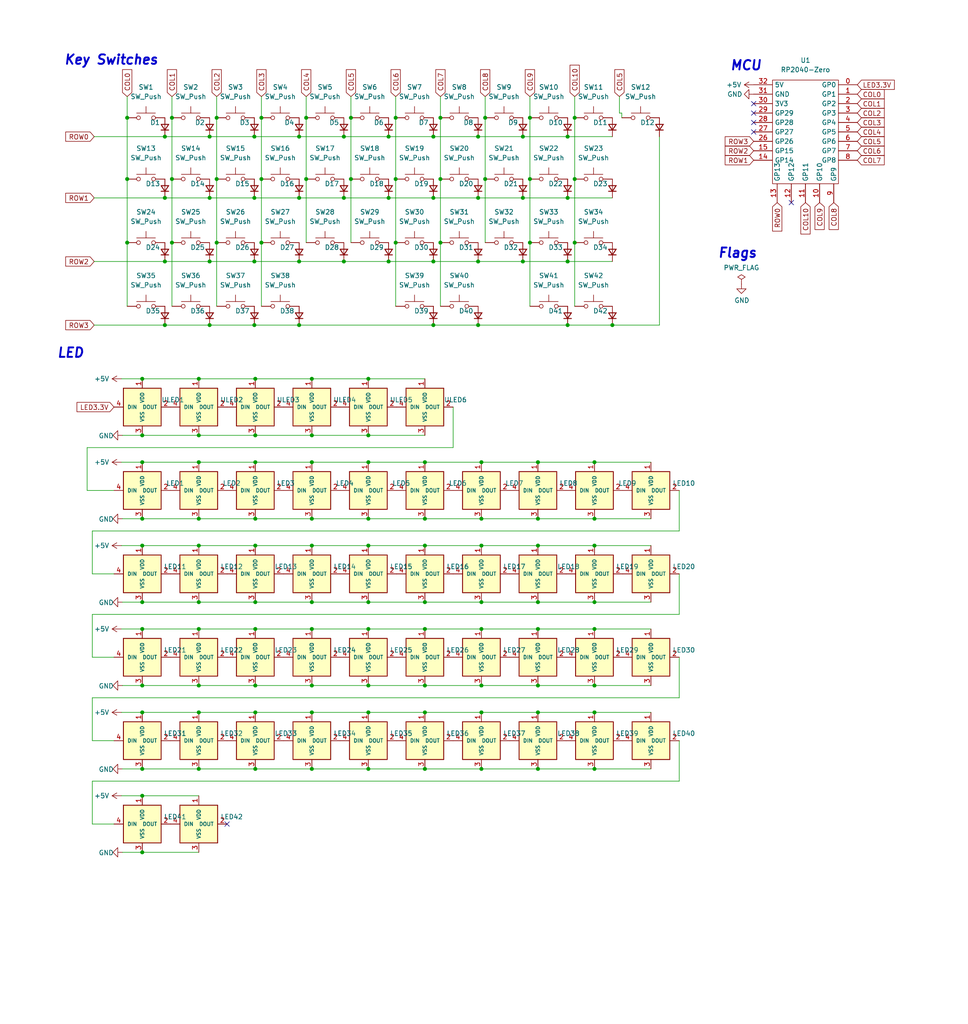
<source format=kicad_sch>
(kicad_sch (version 20231120) (generator "eeschema") (generator_version "8.0")
  (paper "User" 260.985 275.996)
  (junction (at 44.45 53.34))
  (junction (at 154.94 65.405))
  (junction (at 68.58 53.34))
  (junction (at 129.794 184.785))
  (junction (at 99.314 169.545))
  (junction (at 38.354 117.348))
  (junction (at 116.84 70.485))
  (junction (at 68.834 102.108))
  (junction (at 53.594 117.348))
  (junction (at 34.29 65.405))
  (junction (at 129.794 192.024))
  (junction (at 145.034 162.306))
  (junction (at 153.035 87.63))
  (junction (at 104.775 53.34))
  (junction (at 145.034 147.066))
  (junction (at 84.074 169.545))
  (junction (at 68.834 147.066))
  (junction (at 44.45 87.63))
  (junction (at 145.034 192.024))
  (junction (at 99.314 192.024))
  (junction (at 142.875 48.26))
  (junction (at 106.68 65.405))
  (junction (at 84.074 184.785))
  (junction (at 128.905 36.83))
  (junction (at 80.645 36.83))
  (junction (at 38.354 169.545))
  (junction (at 38.354 147.066))
  (junction (at 129.794 207.264))
  (junction (at 99.314 139.827))
  (junction (at 53.594 139.827))
  (junction (at 34.29 31.75))
  (junction (at 99.314 207.264))
  (junction (at 53.594 192.024))
  (junction (at 68.834 207.264))
  (junction (at 94.615 48.26))
  (junction (at 53.594 124.587))
  (junction (at 153.035 53.34))
  (junction (at 38.354 102.108))
  (junction (at 68.834 192.024))
  (junction (at 84.074 162.306))
  (junction (at 44.45 36.83))
  (junction (at 116.84 87.63))
  (junction (at 160.274 124.587))
  (junction (at 129.794 162.306))
  (junction (at 38.354 229.743))
  (junction (at 160.274 139.827))
  (junction (at 165.1 87.63))
  (junction (at 53.594 147.066))
  (junction (at 129.794 139.827))
  (junction (at 58.42 31.75))
  (junction (at 154.94 48.26))
  (junction (at 128.905 70.485))
  (junction (at 92.71 53.34))
  (junction (at 142.875 65.405))
  (junction (at 153.035 70.485))
  (junction (at 99.314 102.108))
  (junction (at 129.794 169.545))
  (junction (at 160.274 147.066))
  (junction (at 114.554 192.024))
  (junction (at 140.97 53.34))
  (junction (at 80.645 70.485))
  (junction (at 92.71 70.485))
  (junction (at 56.515 70.485))
  (junction (at 160.274 207.264))
  (junction (at 46.355 65.405))
  (junction (at 70.485 31.75))
  (junction (at 145.034 207.264))
  (junction (at 84.074 139.827))
  (junction (at 99.314 147.066))
  (junction (at 68.834 117.348))
  (junction (at 68.834 124.587))
  (junction (at 84.074 124.587))
  (junction (at 128.905 53.34))
  (junction (at 116.84 53.34))
  (junction (at 58.42 65.405))
  (junction (at 145.034 139.827))
  (junction (at 145.034 124.587))
  (junction (at 114.554 169.545))
  (junction (at 114.554 147.066))
  (junction (at 84.074 207.264))
  (junction (at 38.354 192.024))
  (junction (at 104.775 36.83))
  (junction (at 118.745 31.75))
  (junction (at 114.554 184.785))
  (junction (at 106.68 31.75))
  (junction (at 94.615 31.75))
  (junction (at 68.834 184.785))
  (junction (at 38.354 184.785))
  (junction (at 118.745 65.405))
  (junction (at 153.035 36.83))
  (junction (at 84.074 147.066))
  (junction (at 53.594 169.545))
  (junction (at 53.594 102.108))
  (junction (at 46.355 31.75))
  (junction (at 68.834 169.545))
  (junction (at 106.68 48.26))
  (junction (at 99.314 117.348))
  (junction (at 99.314 184.785))
  (junction (at 154.94 31.75))
  (junction (at 68.834 162.306))
  (junction (at 34.29 48.26))
  (junction (at 53.594 184.785))
  (junction (at 38.354 162.306))
  (junction (at 56.515 87.63))
  (junction (at 114.554 162.306))
  (junction (at 38.354 207.264))
  (junction (at 58.42 48.26))
  (junction (at 145.034 184.785))
  (junction (at 44.45 70.485))
  (junction (at 56.515 53.34))
  (junction (at 142.875 31.75))
  (junction (at 116.84 36.83))
  (junction (at 114.554 124.587))
  (junction (at 160.274 162.306))
  (junction (at 70.485 65.405))
  (junction (at 99.314 124.587))
  (junction (at 104.775 70.485))
  (junction (at 38.354 124.587))
  (junction (at 84.074 117.348))
  (junction (at 160.274 169.545))
  (junction (at 160.274 192.024))
  (junction (at 140.97 36.83))
  (junction (at 92.71 36.83))
  (junction (at 68.58 70.485))
  (junction (at 160.274 184.785))
  (junction (at 114.554 139.827))
  (junction (at 56.515 36.83))
  (junction (at 140.97 70.485))
  (junction (at 145.034 169.545))
  (junction (at 80.645 53.34))
  (junction (at 99.314 162.306))
  (junction (at 80.645 87.63))
  (junction (at 128.905 87.63))
  (junction (at 70.485 48.26))
  (junction (at 53.594 162.306))
  (junction (at 46.355 48.26))
  (junction (at 114.554 207.264))
  (junction (at 68.834 139.827))
  (junction (at 68.58 87.63))
  (junction (at 38.354 214.503))
  (junction (at 84.074 192.024))
  (junction (at 129.794 147.066))
  (junction (at 129.794 124.587))
  (junction (at 82.55 31.75))
  (junction (at 84.074 102.108))
  (junction (at 53.594 207.264))
  (junction (at 82.55 48.26))
  (junction (at 38.354 139.827))
  (junction (at 130.81 31.75))
  (junction (at 68.58 36.83))
  (junction (at 118.745 48.26))
  (junction (at 130.81 48.26))
  (no_connect (at 203.2 30.48))
  (no_connect (at 203.2 35.56))
  (no_connect (at 213.36 54.61))
  (no_connect (at 203.2 27.94))
  (no_connect (at 203.2 33.02))
  (no_connect (at 61.214 222.123))
  (wire (pts (xy 153.035 87.63) (xy 165.1 87.63)))
  (wire (pts (xy 130.81 48.26) (xy 130.81 65.405)))
  (wire (pts (xy 160.274 124.587) (xy 175.514 124.587)))
  (wire (pts (xy 142.875 31.75) (xy 142.875 48.26)))
  (wire (pts (xy 44.45 36.83) (xy 56.515 36.83)))
  (wire (pts (xy 38.354 147.066) (xy 53.594 147.066)))
  (wire (pts (xy 38.354 184.785) (xy 53.594 184.785)))
  (wire (pts (xy 160.274 192.024) (xy 175.514 192.024)))
  (wire (pts (xy 99.314 169.545) (xy 114.554 169.545)))
  (wire (pts (xy 106.68 48.26) (xy 106.68 65.405)))
  (wire (pts (xy 56.515 53.34) (xy 68.58 53.34)))
  (wire (pts (xy 160.274 184.785) (xy 175.514 184.785)))
  (wire (pts (xy 160.274 162.306) (xy 175.514 162.306)))
  (wire (pts (xy 114.554 184.785) (xy 129.794 184.785)))
  (wire (pts (xy 94.615 26.035) (xy 94.615 31.75)))
  (wire (pts (xy 58.42 26.035) (xy 58.42 31.75)))
  (wire (pts (xy 183.134 177.165) (xy 183.134 188.087)))
  (wire (pts (xy 140.97 53.34) (xy 153.035 53.34)))
  (wire (pts (xy 24.892 177.165) (xy 30.734 177.165)))
  (wire (pts (xy 38.354 162.306) (xy 53.594 162.306)))
  (wire (pts (xy 122.174 120.65) (xy 23.495 120.65)))
  (wire (pts (xy 33.02 184.785) (xy 38.354 184.785)))
  (wire (pts (xy 53.594 147.066) (xy 68.834 147.066)))
  (wire (pts (xy 99.314 147.066) (xy 114.554 147.066)))
  (wire (pts (xy 116.84 87.63) (xy 128.905 87.63)))
  (wire (pts (xy 32.766 102.108) (xy 38.354 102.108)))
  (wire (pts (xy 114.554 162.306) (xy 129.794 162.306)))
  (wire (pts (xy 68.834 102.108) (xy 84.074 102.108)))
  (wire (pts (xy 25.4 53.34) (xy 44.45 53.34)))
  (wire (pts (xy 68.58 36.83) (xy 80.645 36.83)))
  (wire (pts (xy 129.794 207.264) (xy 145.034 207.264)))
  (wire (pts (xy 114.554 147.066) (xy 129.794 147.066)))
  (wire (pts (xy 56.515 36.83) (xy 68.58 36.83)))
  (wire (pts (xy 56.515 87.63) (xy 68.58 87.63)))
  (wire (pts (xy 122.174 109.728) (xy 122.174 120.65)))
  (wire (pts (xy 24.892 199.644) (xy 30.734 199.644)))
  (wire (pts (xy 114.554 169.545) (xy 129.794 169.545)))
  (wire (pts (xy 118.745 48.26) (xy 118.745 65.405)))
  (wire (pts (xy 34.29 48.26) (xy 34.29 65.405)))
  (wire (pts (xy 177.8 36.83) (xy 177.8 87.63)))
  (wire (pts (xy 116.84 36.83) (xy 128.905 36.83)))
  (wire (pts (xy 53.594 102.108) (xy 68.834 102.108)))
  (wire (pts (xy 129.794 169.545) (xy 145.034 169.545)))
  (wire (pts (xy 32.766 214.503) (xy 38.354 214.503)))
  (wire (pts (xy 33.02 207.264) (xy 38.354 207.264)))
  (wire (pts (xy 53.594 169.545) (xy 68.834 169.545)))
  (wire (pts (xy 183.134 165.608) (xy 24.892 165.608)))
  (wire (pts (xy 38.354 169.545) (xy 53.594 169.545)))
  (wire (pts (xy 84.074 102.108) (xy 99.314 102.108)))
  (wire (pts (xy 183.134 199.644) (xy 183.134 210.566)))
  (wire (pts (xy 80.645 53.34) (xy 92.71 53.34)))
  (wire (pts (xy 38.354 207.264) (xy 53.594 207.264)))
  (wire (pts (xy 84.074 192.024) (xy 99.314 192.024)))
  (wire (pts (xy 104.775 36.83) (xy 116.84 36.83)))
  (wire (pts (xy 70.485 48.26) (xy 70.485 65.405)))
  (wire (pts (xy 82.55 31.75) (xy 82.55 48.26)))
  (wire (pts (xy 24.892 222.123) (xy 30.734 222.123)))
  (wire (pts (xy 183.134 143.129) (xy 24.892 143.129)))
  (wire (pts (xy 24.892 143.129) (xy 24.892 154.686)))
  (wire (pts (xy 84.074 207.264) (xy 99.314 207.264)))
  (wire (pts (xy 53.594 162.306) (xy 68.834 162.306)))
  (wire (pts (xy 128.905 53.34) (xy 140.97 53.34)))
  (wire (pts (xy 92.71 70.485) (xy 104.775 70.485)))
  (wire (pts (xy 24.892 199.644) (xy 24.892 188.087)))
  (wire (pts (xy 128.905 87.63) (xy 153.035 87.63)))
  (wire (pts (xy 84.074 124.587) (xy 99.314 124.587)))
  (wire (pts (xy 34.29 65.405) (xy 34.29 82.55)))
  (wire (pts (xy 99.314 117.348) (xy 114.554 117.348)))
  (wire (pts (xy 92.71 53.34) (xy 104.775 53.34)))
  (wire (pts (xy 116.84 53.34) (xy 128.905 53.34)))
  (wire (pts (xy 24.892 177.165) (xy 24.892 165.608)))
  (wire (pts (xy 38.354 192.024) (xy 53.594 192.024)))
  (wire (pts (xy 33.02 117.348) (xy 38.354 117.348)))
  (wire (pts (xy 129.794 184.785) (xy 145.034 184.785)))
  (wire (pts (xy 128.905 70.485) (xy 140.97 70.485)))
  (wire (pts (xy 68.58 70.485) (xy 80.645 70.485)))
  (wire (pts (xy 183.134 188.087) (xy 24.892 188.087)))
  (wire (pts (xy 140.97 36.83) (xy 153.035 36.83)))
  (wire (pts (xy 68.834 162.306) (xy 84.074 162.306)))
  (wire (pts (xy 142.875 26.035) (xy 142.875 31.75)))
  (wire (pts (xy 84.074 139.827) (xy 99.314 139.827)))
  (wire (pts (xy 153.035 70.485) (xy 165.1 70.485)))
  (wire (pts (xy 154.94 26.035) (xy 154.94 31.75)))
  (wire (pts (xy 84.074 169.545) (xy 99.314 169.545)))
  (wire (pts (xy 68.834 124.587) (xy 84.074 124.587)))
  (wire (pts (xy 68.834 139.827) (xy 84.074 139.827)))
  (wire (pts (xy 68.834 147.066) (xy 84.074 147.066)))
  (wire (pts (xy 183.134 132.207) (xy 183.134 143.129)))
  (wire (pts (xy 129.794 192.024) (xy 145.034 192.024)))
  (wire (pts (xy 106.68 65.405) (xy 106.68 82.55)))
  (wire (pts (xy 34.29 26.035) (xy 34.29 31.75)))
  (wire (pts (xy 46.355 65.405) (xy 46.355 82.55)))
  (wire (pts (xy 68.834 117.348) (xy 84.074 117.348)))
  (wire (pts (xy 145.034 124.587) (xy 160.274 124.587)))
  (wire (pts (xy 44.45 70.485) (xy 56.515 70.485)))
  (wire (pts (xy 92.71 36.83) (xy 104.775 36.83)))
  (wire (pts (xy 53.594 184.785) (xy 68.834 184.785)))
  (wire (pts (xy 183.134 210.566) (xy 24.892 210.566)))
  (wire (pts (xy 44.45 53.34) (xy 56.515 53.34)))
  (wire (pts (xy 53.594 117.348) (xy 68.834 117.348)))
  (wire (pts (xy 94.615 48.26) (xy 94.615 65.405)))
  (wire (pts (xy 34.29 31.75) (xy 34.29 48.26)))
  (wire (pts (xy 142.875 48.26) (xy 142.875 65.405)))
  (wire (pts (xy 167.64 30.48) (xy 167.005 30.48)))
  (wire (pts (xy 99.314 162.306) (xy 114.554 162.306)))
  (wire (pts (xy 58.42 65.405) (xy 58.42 82.55)))
  (wire (pts (xy 129.794 147.066) (xy 145.034 147.066)))
  (wire (pts (xy 183.134 154.686) (xy 183.134 165.608)))
  (wire (pts (xy 25.4 87.63) (xy 44.45 87.63)))
  (wire (pts (xy 129.794 139.827) (xy 145.034 139.827)))
  (wire (pts (xy 165.1 87.63) (xy 177.8 87.63)))
  (wire (pts (xy 130.81 31.75) (xy 130.81 48.26)))
  (wire (pts (xy 145.034 139.827) (xy 160.274 139.827)))
  (wire (pts (xy 38.354 117.348) (xy 53.594 117.348)))
  (wire (pts (xy 160.274 139.827) (xy 175.514 139.827)))
  (wire (pts (xy 80.645 87.63) (xy 116.84 87.63)))
  (wire (pts (xy 128.905 36.83) (xy 140.97 36.83)))
  (wire (pts (xy 145.034 162.306) (xy 160.274 162.306)))
  (wire (pts (xy 68.834 169.545) (xy 84.074 169.545)))
  (wire (pts (xy 140.97 70.485) (xy 153.035 70.485)))
  (wire (pts (xy 68.58 53.34) (xy 80.645 53.34)))
  (wire (pts (xy 38.354 214.503) (xy 53.594 214.503)))
  (wire (pts (xy 53.594 207.264) (xy 68.834 207.264)))
  (wire (pts (xy 142.875 65.405) (xy 142.875 82.55)))
  (wire (pts (xy 24.892 222.123) (xy 24.892 210.566)))
  (wire (pts (xy 99.314 102.108) (xy 114.554 102.108)))
  (wire (pts (xy 68.834 192.024) (xy 84.074 192.024)))
  (wire (pts (xy 114.554 124.587) (xy 129.794 124.587)))
  (wire (pts (xy 53.594 139.827) (xy 68.834 139.827)))
  (wire (pts (xy 70.485 26.035) (xy 70.485 31.75)))
  (wire (pts (xy 68.58 87.63) (xy 80.645 87.63)))
  (wire (pts (xy 80.645 70.485) (xy 92.71 70.485)))
  (wire (pts (xy 25.4 70.485) (xy 44.45 70.485)))
  (wire (pts (xy 25.4 36.83) (xy 44.45 36.83)))
  (wire (pts (xy 84.074 184.785) (xy 99.314 184.785)))
  (wire (pts (xy 44.45 87.63) (xy 56.515 87.63)))
  (wire (pts (xy 114.554 207.264) (xy 129.794 207.264)))
  (wire (pts (xy 154.94 48.26) (xy 154.94 65.405)))
  (wire (pts (xy 46.355 26.035) (xy 46.355 31.75)))
  (wire (pts (xy 46.355 31.75) (xy 46.355 48.26)))
  (wire (pts (xy 118.745 65.405) (xy 118.745 82.55)))
  (wire (pts (xy 99.314 124.587) (xy 114.554 124.587)))
  (wire (pts (xy 70.485 31.75) (xy 70.485 48.26)))
  (wire (pts (xy 145.034 192.024) (xy 160.274 192.024)))
  (wire (pts (xy 23.495 132.207) (xy 30.734 132.207)))
  (wire (pts (xy 46.355 48.26) (xy 46.355 65.405)))
  (wire (pts (xy 118.745 31.75) (xy 118.745 48.26)))
  (wire (pts (xy 53.594 192.024) (xy 68.834 192.024)))
  (wire (pts (xy 84.074 117.348) (xy 99.314 117.348)))
  (wire (pts (xy 153.035 36.83) (xy 165.1 36.83)))
  (wire (pts (xy 33.02 139.827) (xy 38.354 139.827)))
  (wire (pts (xy 38.354 102.108) (xy 53.594 102.108)))
  (wire (pts (xy 82.55 26.035) (xy 82.55 31.75)))
  (wire (pts (xy 104.775 53.34) (xy 116.84 53.34)))
  (wire (pts (xy 160.274 169.545) (xy 175.514 169.545)))
  (wire (pts (xy 114.554 192.024) (xy 129.794 192.024)))
  (wire (pts (xy 130.81 26.035) (xy 130.81 31.75)))
  (wire (pts (xy 84.074 147.066) (xy 99.314 147.066)))
  (wire (pts (xy 129.794 162.306) (xy 145.034 162.306)))
  (wire (pts (xy 167.64 30.48) (xy 167.64 31.75)))
  (wire (pts (xy 32.766 192.024) (xy 38.354 192.024)))
  (wire (pts (xy 68.834 184.785) (xy 84.074 184.785)))
  (wire (pts (xy 82.55 48.26) (xy 82.55 65.405)))
  (wire (pts (xy 58.42 48.26) (xy 58.42 65.405)))
  (wire (pts (xy 99.314 192.024) (xy 114.554 192.024)))
  (wire (pts (xy 32.766 147.066) (xy 38.354 147.066)))
  (wire (pts (xy 160.274 207.264) (xy 175.514 207.264)))
  (wire (pts (xy 160.274 147.066) (xy 175.514 147.066)))
  (wire (pts (xy 33.02 162.306) (xy 38.354 162.306)))
  (wire (pts (xy 84.074 162.306) (xy 99.314 162.306)))
  (wire (pts (xy 94.615 31.75) (xy 94.615 48.26)))
  (wire (pts (xy 80.645 36.83) (xy 92.71 36.83)))
  (wire (pts (xy 70.485 65.405) (xy 70.485 82.55)))
  (wire (pts (xy 129.794 124.587) (xy 145.034 124.587)))
  (wire (pts (xy 56.515 70.485) (xy 68.58 70.485)))
  (wire (pts (xy 154.94 65.405) (xy 154.94 82.55)))
  (wire (pts (xy 32.766 124.587) (xy 38.354 124.587)))
  (wire (pts (xy 38.354 229.743) (xy 53.594 229.743)))
  (wire (pts (xy 114.554 139.827) (xy 129.794 139.827)))
  (wire (pts (xy 99.314 139.827) (xy 114.554 139.827)))
  (wire (pts (xy 58.42 31.75) (xy 58.42 48.26)))
  (wire (pts (xy 118.745 26.035) (xy 118.745 31.75)))
  (wire (pts (xy 32.766 169.545) (xy 38.354 169.545)))
  (wire (pts (xy 145.034 169.545) (xy 160.274 169.545)))
  (wire (pts (xy 68.834 207.264) (xy 84.074 207.264)))
  (wire (pts (xy 145.034 147.066) (xy 160.274 147.066)))
  (wire (pts (xy 116.84 70.485) (xy 128.905 70.485)))
  (wire (pts (xy 38.354 124.587) (xy 53.594 124.587)))
  (wire (pts (xy 106.68 31.75) (xy 106.68 48.26)))
  (wire (pts (xy 38.354 139.827) (xy 53.594 139.827)))
  (wire (pts (xy 145.034 207.264) (xy 160.274 207.264)))
  (wire (pts (xy 99.314 184.785) (xy 114.554 184.785)))
  (wire (pts (xy 106.68 26.035) (xy 106.68 31.75)))
  (wire (pts (xy 167.005 30.48) (xy 167.005 26.035)))
  (wire (pts (xy 145.034 184.785) (xy 160.274 184.785)))
  (wire (pts (xy 53.594 124.587) (xy 68.834 124.587)))
  (wire (pts (xy 154.94 31.75) (xy 154.94 48.26)))
  (wire (pts (xy 24.892 154.686) (xy 30.734 154.686)))
  (wire (pts (xy 99.314 207.264) (xy 114.554 207.264)))
  (wire (pts (xy 23.495 120.65) (xy 23.495 132.207)))
  (wire (pts (xy 153.035 53.34) (xy 165.1 53.34)))
  (wire (pts (xy 33.02 229.743) (xy 38.354 229.743)))
  (wire (pts (xy 104.775 70.485) (xy 116.84 70.485)))
  (text "MCU" (at 196.723 19.304 0) (effects (font (size 2.54 2.54) (thickness 0.508) (bold yes) (italic yes)) (justify left bottom)))
  (text "LED" (at 15.24 96.774 0) (effects (font (size 2.54 2.54) (thickness 0.508) (bold yes) (italic yes)) (justify left bottom)))
  (text "Flags" (at 193.421 69.85 0) (effects (font (size 2.54 2.54) (thickness 0.508) (bold yes) (italic yes)) (justify left bottom)))
  (text "Key Switches" (at 17.145 17.78 0) (effects (font (size 2.54 2.54) (thickness 0.508) (bold yes) (italic yes)) (justify left bottom)))
  (global_label "LED3.3V" (shape input) (at 30.734 109.728 180) (property "Intersheetrefs" "${INTERSHEET_REFS}" (effects (hide yes))) (property "シート間のリファレンス" "${INTERSHEET_REFS}" (effects (hide yes))))
  (global_label "ROW0" (shape input) (at 209.55 54.61 270) (property "Intersheetrefs" "${INTERSHEET_REFS}" (effects (hide yes))))
  (global_label "COL3" (shape input) (at 70.485 26.035 90) (property "Intersheetrefs" "${INTERSHEET_REFS}" (effects (hide yes))))
  (global_label "COL10" (shape input) (at 154.94 26.035 90) (property "Intersheetrefs" "${INTERSHEET_REFS}" (effects (hide yes))))
  (global_label "ROW1" (shape input) (at 25.4 53.34 180) (property "Intersheetrefs" "${INTERSHEET_REFS}" (effects (hide yes))))
  (global_label "COL4" (shape input) (at 82.55 26.035 90) (property "Intersheetrefs" "${INTERSHEET_REFS}" (effects (hide yes))))
  (global_label "COL5" (shape input) (at 94.615 26.035 90) (property "Intersheetrefs" "${INTERSHEET_REFS}" (effects (hide yes))))
  (global_label "COL9" (shape input) (at 220.98 54.61 270) (property "Intersheetrefs" "${INTERSHEET_REFS}" (effects (hide yes))))
  (global_label "COL2" (shape input) (at 58.42 26.035 90) (property "Intersheetrefs" "${INTERSHEET_REFS}" (effects (hide yes))))
  (global_label "COL2" (shape input) (at 231.14 30.48 0) (property "Intersheetrefs" "${INTERSHEET_REFS}" (effects (hide yes))))
  (global_label "COL10" (shape input) (at 217.17 54.61 270) (property "Intersheetrefs" "${INTERSHEET_REFS}" (effects (hide yes))))
  (global_label "COL5" (shape input) (at 231.14 38.1 0) (property "Intersheetrefs" "${INTERSHEET_REFS}" (effects (hide yes))))
  (global_label "COL0" (shape input) (at 34.29 26.035 90) (property "Intersheetrefs" "${INTERSHEET_REFS}" (effects (hide yes))))
  (global_label "COL4" (shape input) (at 231.14 35.56 0) (property "Intersheetrefs" "${INTERSHEET_REFS}" (effects (hide yes))))
  (global_label "COL8" (shape input) (at 224.79 54.61 270) (property "Intersheetrefs" "${INTERSHEET_REFS}" (effects (hide yes))))
  (global_label "ROW2" (shape input) (at 203.2 40.64 180) (property "Intersheetrefs" "${INTERSHEET_REFS}" (effects (hide yes))))
  (global_label "COL5" (shape input) (at 167.005 26.035 90) (property "Intersheetrefs" "${INTERSHEET_REFS}" (effects (hide yes))))
  (global_label "COL3" (shape input) (at 231.14 33.02 0) (property "Intersheetrefs" "${INTERSHEET_REFS}" (effects (hide yes))))
  (global_label "COL8" (shape input) (at 130.81 26.035 90) (property "Intersheetrefs" "${INTERSHEET_REFS}" (effects (hide yes))))
  (global_label "ROW0" (shape input) (at 25.4 36.83 180) (property "Intersheetrefs" "${INTERSHEET_REFS}" (effects (hide yes))))
  (global_label "ROW1" (shape input) (at 203.2 43.18 180) (property "Intersheetrefs" "${INTERSHEET_REFS}" (effects (hide yes))))
  (global_label "LED3.3V" (shape input) (at 231.14 22.86 0) (property "Intersheetrefs" "${INTERSHEET_REFS}" (effects (hide yes))) (property "シート間のリファレンス" "${INTERSHEET_REFS}" (effects (hide yes))))
  (global_label "COL6" (shape input) (at 106.68 26.035 90) (property "Intersheetrefs" "${INTERSHEET_REFS}" (effects (hide yes))))
  (global_label "COL9" (shape input) (at 142.875 26.035 90) (property "Intersheetrefs" "${INTERSHEET_REFS}" (effects (hide yes))))
  (global_label "COL1" (shape input) (at 231.14 27.94 0) (property "Intersheetrefs" "${INTERSHEET_REFS}" (effects (hide yes))))
  (global_label "ROW3" (shape input) (at 203.2 38.1 180) (property "Intersheetrefs" "${INTERSHEET_REFS}" (effects (hide yes))))
  (global_label "ROW2" (shape input) (at 25.4 70.485 180) (property "Intersheetrefs" "${INTERSHEET_REFS}" (effects (hide yes))))
  (global_label "COL7" (shape input) (at 118.745 26.035 90) (property "Intersheetrefs" "${INTERSHEET_REFS}" (effects (hide yes))))
  (global_label "COL6" (shape input) (at 231.14 40.64 0) (property "Intersheetrefs" "${INTERSHEET_REFS}" (effects (hide yes))))
  (global_label "COL7" (shape input) (at 231.14 43.18 0) (property "Intersheetrefs" "${INTERSHEET_REFS}" (effects (hide yes))))
  (global_label "COL0" (shape input) (at 231.14 25.4 0) (property "Intersheetrefs" "${INTERSHEET_REFS}" (effects (hide yes))))
  (global_label "ROW3" (shape input) (at 25.4 87.63 180) (property "Intersheetrefs" "${INTERSHEET_REFS}" (effects (hide yes))))
  (global_label "COL1" (shape input) (at 46.355 26.035 90) (property "Intersheetrefs" "${INTERSHEET_REFS}" (effects (hide yes))))
  (symbol (lib_id "Noraneko:SK6812MINI-E") (at 53.594 154.686 0) (unit 1)
    (property "Reference" "LED12" (at 62.484 152.7416 0))
    (property "Value" "SK6812MINI-E" (effects (hide yes)))
    (property "Footprint" "Noraneko:SK6812MINI-E" (effects (hide yes)))
  )
  (symbol (lib_id "Switch:SW_Push") (at 75.565 65.405 0) (unit 1)
    (property "Reference" "SW27" (at 75.565 57.15 0))
    (property "Value" "SW_Push" (at 75.565 59.69 0))
    (property "Footprint" "kbd_SW:Choc_v2_Hotswap_1u" (effects (hide yes)))
  )
  (symbol (lib_id "Switch:SW_Push") (at 51.435 82.55 0) (unit 1)
    (property "Reference" "SW36" (at 51.435 74.295 0))
    (property "Value" "SW_Push" (at 51.435 76.835 0))
    (property "Footprint" "kbd_SW:Choc_v2_Hotswap_1.25u" (effects (hide yes)))
  )
  (symbol (lib_id "Switch:SW_Push") (at 51.435 48.26 0) (unit 1)
    (property "Reference" "SW14" (at 51.435 40.005 0))
    (property "Value" "SW_Push" (at 51.435 42.545 0))
    (property "Footprint" "kbd_SW:Choc_v2_Hotswap_1u" (effects (hide yes)))
  )
  (symbol (lib_id "Noraneko:SK6812MINI-E") (at 53.594 132.207 0) (unit 1)
    (property "Reference" "LED2" (at 62.484 130.2626 0))
    (property "Value" "SK6812MINI-E" (effects (hide yes)))
    (property "Footprint" "Noraneko:SK6812MINI-E" (effects (hide yes)))
  )
  (symbol (lib_id "Switch:SW_Push") (at 123.825 65.405 0) (unit 1)
    (property "Reference" "SW31" (at 123.825 57.15 0))
    (property "Value" "SW_Push" (at 123.825 59.69 0))
    (property "Footprint" "kbd_SW:Choc_v2_Hotswap_1u" (effects (hide yes)))
  )
  (symbol (lib_id "Noraneko:SK6812MINI-E") (at 114.554 199.644 0) (unit 1)
    (property "Reference" "LED36" (at 123.444 197.6996 0))
    (property "Value" "SK6812MINI-E" (effects (hide yes)))
    (property "Footprint" "Noraneko:SK6812MINI-E" (effects (hide yes)))
  )
  (symbol (lib_id "Noraneko:SK6812MINI-E") (at 84.074 132.207 0) (unit 1)
    (property "Reference" "LED4" (at 92.964 130.2626 0))
    (property "Value" "SK6812MINI-E" (effects (hide yes)))
    (property "Footprint" "Noraneko:SK6812MINI-E" (effects (hide yes)))
  )
  (symbol (lib_id "Noraneko:SK6812MINI-E") (at 129.794 154.686 0) (unit 1)
    (property "Reference" "LED17" (at 138.684 152.7416 0))
    (property "Value" "SK6812MINI-E" (effects (hide yes)))
    (property "Footprint" "Noraneko:SK6812MINI-E" (effects (hide yes)))
  )
  (symbol (lib_id "Device:D_Small") (at 165.1 85.09 90) (unit 1)
    (property "Reference" "D42" (at 163.83 83.82 90) (effects (justify left)))
    (property "Value" "D" (effects (hide yes)))
    (property "Footprint" "Noraneko:1N4148W" (effects (hide yes)))
    (property "LCSC" "C81598" (effects (hide yes)))
    (property "Sim.Device" "D" (effects (hide yes)))
    (property "Sim.Pins" "1=K 2=A" (effects (hide yes)))
  )
  (symbol (lib_id "Noraneko:SK6812MINI-E") (at 99.314 199.644 0) (unit 1)
    (property "Reference" "LED35" (at 108.204 197.6996 0))
    (property "Value" "SK6812MINI-E" (effects (hide yes)))
    (property "Footprint" "Noraneko:SK6812MINI-E" (effects (hide yes)))
  )
  (symbol (lib_id "Noraneko:SK6812MINI-E") (at 175.514 199.644 0) (unit 1)
    (property "Reference" "LED40" (at 184.404 197.6996 0))
    (property "Value" "SK6812MINI-E" (effects (hide yes)))
    (property "Footprint" "Noraneko:SK6812MINI-E" (effects (hide yes)))
  )
  (symbol (lib_id "Switch:SW_Push") (at 172.72 31.75 0) (unit 1)
    (property "Reference" "SW12" (at 172.72 23.495 0))
    (property "Value" "SW_Push" (at 172.72 26.035 0))
    (property "Footprint" "kbd_SW:Choc_v2_Hotswap_1u" (effects (hide yes)))
  )
  (symbol (lib_id "power:GND") (at 33.02 139.827 270) (unit 1)
    (property "Reference" "#PWR08" (effects (hide yes)))
    (property "Value" "GND" (at 28.6258 139.954 90))
  )
  (symbol (lib_id "Switch:SW_Push") (at 51.435 65.405 0) (unit 1)
    (property "Reference" "SW25" (at 51.435 57.15 0))
    (property "Value" "SW_Push" (at 51.435 59.69 0))
    (property "Footprint" "kbd_SW:Choc_v2_Hotswap_1u" (effects (hide yes)))
  )
  (symbol (lib_id "Noraneko:SK6812MINI-E") (at 99.314 177.165 0) (unit 1)
    (property "Reference" "LED25" (at 108.204 175.2206 0))
    (property "Value" "SK6812MINI-E" (effects (hide yes)))
    (property "Footprint" "Noraneko:SK6812MINI-E" (effects (hide yes)))
  )
  (symbol (lib_id "Switch:SW_Push") (at 39.37 48.26 0) (unit 1)
    (property "Reference" "SW13" (at 39.37 40.005 0))
    (property "Value" "SW_Push" (at 39.37 42.545 0))
    (property "Footprint" "kbd_SW:Choc_v2_Hotswap_1.25u" (effects (hide yes)))
  )
  (symbol (lib_id "Device:D_Small") (at 153.035 85.09 90) (unit 1)
    (property "Reference" "D41" (at 151.765 83.82 90) (effects (justify left)))
    (property "Value" "D" (effects (hide yes)))
    (property "Footprint" "Noraneko:1N4148W" (effects (hide yes)))
    (property "LCSC" "C81598" (effects (hide yes)))
    (property "Sim.Device" "D" (effects (hide yes)))
    (property "Sim.Pins" "1=K 2=A" (effects (hide yes)))
  )
  (symbol (lib_id "Noraneko:SK6812MINI-E") (at 84.074 199.644 0) (unit 1)
    (property "Reference" "LED34" (at 92.964 197.6996 0))
    (property "Value" "SK6812MINI-E" (effects (hide yes)))
    (property "Footprint" "Noraneko:SK6812MINI-E" (effects (hide yes)))
  )
  (symbol (lib_id "Device:D_Small") (at 177.8 34.29 90) (unit 1)
    (property "Reference" "D12" (at 176.53 33.02 90) (effects (justify left)))
    (property "Value" "D" (effects (hide yes)))
    (property "Footprint" "Noraneko:1N4148W" (effects (hide yes)))
    (property "LCSC" "C81598" (effects (hide yes)))
    (property "Sim.Device" "D" (effects (hide yes)))
    (property "Sim.Pins" "1=K 2=A" (effects (hide yes)))
  )
  (symbol (lib_id "Noraneko:SK6812MINI-E") (at 38.354 109.728 0) (unit 1)
    (property "Reference" "ULED1" (at 46.609 107.7836 0))
    (property "Value" "SK6812MINI-E" (effects (hide yes)))
    (property "Footprint" "Noraneko:WS2812B_PLCC4_5.0x5.0mm" (effects (hide yes)))
  )
  (symbol (lib_id "Device:D_Small") (at 165.1 67.945 90) (unit 1)
    (property "Reference" "D34" (at 163.83 66.675 90) (effects (justify left)))
    (property "Value" "D" (effects (hide yes)))
    (property "Footprint" "Noraneko:1N4148W" (effects (hide yes)))
    (property "LCSC" "C81598" (effects (hide yes)))
    (property "Sim.Device" "D" (effects (hide yes)))
    (property "Sim.Pins" "1=K 2=A" (effects (hide yes)))
  )
  (symbol (lib_id "Noraneko:SK6812MINI-E") (at 68.834 199.644 0) (unit 1)
    (property "Reference" "LED33" (at 77.089 197.6996 0))
    (property "Value" "SK6812MINI-E" (effects (hide yes)))
    (property "Footprint" "Noraneko:SK6812MINI-E_cat_right" (effects (hide yes)))
  )
  (symbol (lib_id "Switch:SW_Push") (at 135.89 31.75 0) (unit 1)
    (property "Reference" "SW9" (at 135.89 23.495 0))
    (property "Value" "SW_Push" (at 135.89 26.035 0))
    (property "Footprint" "kbd_SW:Choc_v2_Hotswap_1u" (effects (hide yes)))
  )
  (symbol (lib_id "Device:D_Small") (at 153.035 34.29 90) (unit 1)
    (property "Reference" "D10" (at 151.765 33.02 90) (effects (justify left)))
    (property "Value" "D" (effects (hide yes)))
    (property "Footprint" "Noraneko:1N4148W" (effects (hide yes)))
    (property "LCSC" "C81598" (effects (hide yes)))
    (property "Sim.Device" "D" (effects (hide yes)))
    (property "Sim.Pins" "1=K 2=A" (effects (hide yes)))
  )
  (symbol (lib_id "power:GND") (at 33.02 184.785 270) (unit 1)
    (property "Reference" "#PWR012" (effects (hide yes)))
    (property "Value" "GND" (at 28.6258 184.912 90))
  )
  (symbol (lib_id "Switch:SW_Push") (at 39.37 82.55 0) (unit 1)
    (property "Reference" "SW35" (at 39.37 74.295 0))
    (property "Value" "SW_Push" (at 39.37 76.835 0))
    (property "Footprint" "kbd_SW:Choc_v2_Hotswap_1u" (effects (hide yes)))
  )
  (symbol (lib_id "Noraneko:SK6812MINI-E") (at 99.314 132.207 0) (unit 1)
    (property "Reference" "LED5" (at 108.204 130.2626 0))
    (property "Value" "SK6812MINI-E" (effects (hide yes)))
    (property "Footprint" "Noraneko:SK6812MINI-E" (effects (hide yes)))
  )
  (symbol (lib_id "Switch:SW_Push") (at 87.63 48.26 0) (unit 1)
    (property "Reference" "SW17" (at 87.63 40.005 0))
    (property "Value" "SW_Push" (at 87.63 42.545 0))
    (property "Footprint" "kbd_SW:Choc_v2_Hotswap_1u" (effects (hide yes)))
  )
  (symbol (lib_id "Noraneko:SK6812MINI-E") (at 53.594 199.644 0) (unit 1)
    (property "Reference" "LED32" (at 62.484 197.6996 0))
    (property "Value" "SK6812MINI-E" (effects (hide yes)))
    (property "Footprint" "Noraneko:SK6812MINI-E" (effects (hide yes)))
  )
  (symbol (lib_id "Device:D_Small") (at 44.45 50.8 90) (unit 1)
    (property "Reference" "D13" (at 43.18 49.53 90) (effects (justify left)))
    (property "Value" "D" (effects (hide yes)))
    (property "Footprint" "Noraneko:1N4148W" (effects (hide yes)))
    (property "LCSC" "C81598" (effects (hide yes)))
    (property "Sim.Device" "D" (effects (hide yes)))
    (property "Sim.Pins" "1=K 2=A" (effects (hide yes)))
  )
  (symbol (lib_id "Noraneko:SK6812MINI-E") (at 160.274 154.686 0) (unit 1)
    (property "Reference" "LED19" (at 169.164 152.7416 0))
    (property "Value" "SK6812MINI-E" (effects (hide yes)))
    (property "Footprint" "Noraneko:SK6812MINI-E" (effects (hide yes)))
  )
  (symbol (lib_id "power:PWR_FLAG") (at 199.898 76.581 0) (unit 1)
    (property "Reference" "#FLG01" (effects (hide yes)))
    (property "Value" "PWR_FLAG" (at 199.898 72.1614 0))
  )
  (symbol (lib_id "Device:D_Small") (at 68.58 67.945 90) (unit 1)
    (property "Reference" "D26" (at 67.31 66.675 90) (effects (justify left)))
    (property "Value" "D" (effects (hide yes)))
    (property "Footprint" "Noraneko:1N4148W" (effects (hide yes)))
    (property "LCSC" "C81598" (effects (hide yes)))
    (property "Sim.Device" "D" (effects (hide yes)))
    (property "Sim.Pins" "1=K 2=A" (effects (hide yes)))
  )
  (symbol (lib_id "Noraneko:SK6812MINI-E") (at 160.274 199.644 0) (unit 1)
    (property "Reference" "LED39" (at 169.164 197.6996 0))
    (property "Value" "SK6812MINI-E" (effects (hide yes)))
    (property "Footprint" "Noraneko:SK6812MINI-E_cat_right" (effects (hide yes)))
  )
  (symbol (lib_id "Noraneko:SK6812MINI-E") (at 145.034 132.207 0) (unit 1)
    (property "Reference" "LED8" (at 153.289 130.2626 0))
    (property "Value" "SK6812MINI-E" (effects (hide yes)))
    (property "Footprint" "Noraneko:SK6812MINI-E" (effects (hide yes)))
  )
  (symbol (lib_id "Switch:SW_Push") (at 87.63 65.405 0) (unit 1)
    (property "Reference" "SW28" (at 87.63 57.15 0))
    (property "Value" "SW_Push" (at 87.63 59.69 0))
    (property "Footprint" "kbd_SW:Choc_v2_Hotswap_1u" (effects (hide yes)))
  )
  (symbol (lib_id "Noraneko:SK6812MINI-E") (at 53.594 177.165 0) (unit 1)
    (property "Reference" "LED22" (at 62.484 175.2206 0))
    (property "Value" "SK6812MINI-E" (effects (hide yes)))
    (property "Footprint" "Noraneko:SK6812MINI-E" (effects (hide yes)))
  )
  (symbol (lib_id "Noraneko:SK6812MINI-E") (at 129.794 177.165 0) (unit 1)
    (property "Reference" "LED27" (at 138.684 175.2206 0))
    (property "Value" "SK6812MINI-E" (effects (hide yes)))
    (property "Footprint" "Noraneko:SK6812MINI-E" (effects (hide yes)))
  )
  (symbol (lib_id "Switch:SW_Push") (at 147.955 65.405 0) (unit 1)
    (property "Reference" "SW33" (at 147.955 57.15 0))
    (property "Value" "SW_Push" (at 147.955 59.69 0))
    (property "Footprint" "kbd_SW:Choc_v2_Hotswap_1u" (effects (hide yes)))
  )
  (symbol (lib_id "Device:D_Small") (at 44.45 85.09 90) (unit 1)
    (property "Reference" "D35" (at 43.18 83.82 90) (effects (justify left)))
    (property "Value" "D" (effects (hide yes)))
    (property "Footprint" "Noraneko:1N4148W" (effects (hide yes)))
    (property "LCSC" "C81598" (effects (hide yes)))
    (property "Sim.Device" "D" (effects (hide yes)))
    (property "Sim.Pins" "1=K 2=A" (effects (hide yes)))
  )
  (symbol (lib_id "Switch:SW_Push") (at 111.76 65.405 0) (unit 1)
    (property "Reference" "SW30" (at 111.76 57.15 0))
    (property "Value" "SW_Push" (at 111.76 59.69 0))
    (property "Footprint" "kbd_SW:Choc_v2_Hotswap_1u" (effects (hide yes)))
  )
  (symbol (lib_id "power:GND") (at 33.02 162.306 270) (unit 1)
    (property "Reference" "#PWR010" (effects (hide yes)))
    (property "Value" "GND" (at 28.6258 162.433 90))
  )
  (symbol (lib_id "Switch:SW_Push") (at 160.02 82.55 0) (unit 1)
    (property "Reference" "SW42" (at 160.02 74.295 0))
    (property "Value" "SW_Push" (at 160.02 76.835 0))
    (property "Footprint" "kbd_SW:Choc_v2_Hotswap_1u" (effects (hide yes)))
  )
  (symbol (lib_id "Noraneko:SK6812MINI-E") (at 84.074 177.165 0) (unit 1)
    (property "Reference" "LED24" (at 92.964 175.2206 0))
    (property "Value" "SK6812MINI-E" (effects (hide yes)))
    (property "Footprint" "Noraneko:SK6812MINI-E" (effects (hide yes)))
  )
  (symbol (lib_id "Noraneko:SK6812MINI-E") (at 114.554 132.207 0) (unit 1)
    (property "Reference" "LED6" (at 123.444 130.2626 0))
    (property "Value" "SK6812MINI-E" (effects (hide yes)))
    (property "Footprint" "Noraneko:SK6812MINI-E" (effects (hide yes)))
  )
  (symbol (lib_id "Switch:SW_Push") (at 123.825 82.55 0) (unit 1)
    (property "Reference" "SW40" (at 123.825 74.295 0))
    (property "Value" "SW_Push" (at 123.825 76.835 0))
    (property "Footprint" "kbd_SW:Choc_v2_Hotswap_1.25u" (effects (hide yes)))
  )
  (symbol (lib_id "Switch:SW_Push") (at 75.565 48.26 0) (unit 1)
    (property "Reference" "SW16" (at 75.565 40.005 0))
    (property "Value" "SW_Push" (at 75.565 42.545 0))
    (property "Footprint" "kbd_SW:Choc_v2_Hotswap_1u" (effects (hide yes)))
  )
  (symbol (lib_id "Noraneko:SK6812MINI-E") (at 114.554 177.165 0) (unit 1)
    (property "Reference" "LED26" (at 123.444 175.2206 0))
    (property "Value" "SK6812MINI-E" (effects (hide yes)))
    (property "Footprint" "Noraneko:SK6812MINI-E_cat_right" (effects (hide yes)))
  )
  (symbol (lib_id "Device:D_Small") (at 68.58 34.29 90) (unit 1)
    (property "Reference" "D3" (at 67.31 33.02 90) (effects (justify left)))
    (property "Value" "D" (effects (hide yes)))
    (property "Footprint" "Noraneko:1N4148W" (effects (hide yes)))
    (property "LCSC" "C81598" (effects (hide yes)))
    (property "Sim.Device" "D" (effects (hide yes)))
    (property "Sim.Pins" "1=K 2=A" (effects (hide yes)))
  )
  (symbol (lib_id "Noraneko:SK6812MINI-E") (at 114.554 154.686 0) (unit 1)
    (property "Reference" "LED16" (at 123.444 152.7416 0))
    (property "Value" "SK6812MINI-E" (effects (hide yes)))
    (property "Footprint" "Noraneko:SK6812MINI-E" (effects (hide yes)))
  )
  (symbol (lib_id "Switch:SW_Push") (at 63.5 65.405 0) (unit 1)
    (property "Reference" "SW26" (at 63.5 57.15 0))
    (property "Value" "SW_Push" (at 63.5 59.69 0))
    (property "Footprint" "kbd_SW:Choc_v2_Hotswap_1u" (effects (hide yes)))
  )
  (symbol (lib_id "Switch:SW_Push") (at 135.89 48.26 0) (unit 1)
    (property "Reference" "SW21" (at 135.89 40.005 0))
    (property "Value" "SW_Push" (at 135.89 42.545 0))
    (property "Footprint" "kbd_SW:Choc_v2_Hotswap_1u" (effects (hide yes)))
  )
  (symbol (lib_id "Device:D_Small") (at 128.905 85.09 90) (unit 1)
    (property "Reference" "D40" (at 127.635 83.82 90) (effects (justify left)))
    (property "Value" "D" (effects (hide yes)))
    (property "Footprint" "Noraneko:1N4148W" (effects (hide yes)))
    (property "LCSC" "C81598" (effects (hide yes)))
    (property "Sim.Device" "D" (effects (hide yes)))
    (property "Sim.Pins" "1=K 2=A" (effects (hide yes)))
  )
  (symbol (lib_id "Switch:SW_Push") (at 160.02 65.405 0) (unit 1)
    (property "Reference" "SW34" (at 160.02 57.15 0))
    (property "Value" "SW_Push" (at 160.02 59.69 0))
    (property "Footprint" "kbd_SW:Choc_v2_Hotswap_1.25u" (effects (hide yes)))
  )
  (symbol (lib_id "Switch:SW_Push") (at 99.695 31.75 0) (unit 1)
    (property "Reference" "SW6" (at 99.695 23.495 0))
    (property "Value" "SW_Push" (at 99.695 26.035 0))
    (property "Footprint" "kbd_SW:Choc_v2_Hotswap_1u" (effects (hide yes)))
  )
  (symbol (lib_id "power:GND") (at 33.02 229.743 270) (unit 1)
    (property "Reference" "#PWR016" (effects (hide yes)))
    (property "Value" "GND" (at 28.6258 229.87 90))
  )
  (symbol (lib_id "Switch:SW_Push") (at 63.5 31.75 0) (unit 1)
    (property "Reference" "SW3" (at 63.5 23.495 0))
    (property "Value" "SW_Push" (at 63.5 26.035 0))
    (property "Footprint" "kbd_SW:Choc_v2_Hotswap_1u" (effects (hide yes)))
  )
  (symbol (lib_id "power:+5V") (at 203.2 22.86 90) (unit 1)
    (property "Reference" "#PWR01" (effects (hide yes)))
    (property "Value" "+5V" (at 197.866 22.86 90))
  )
  (symbol (lib_id "Device:D_Small") (at 128.905 67.945 90) (unit 1)
    (property "Reference" "D31" (at 127.635 66.675 90) (effects (justify left)))
    (property "Value" "D" (effects (hide yes)))
    (property "Footprint" "Noraneko:1N4148W" (effects (hide yes)))
    (property "LCSC" "C81598" (effects (hide yes)))
    (property "Sim.Device" "D" (effects (hide yes)))
    (property "Sim.Pins" "1=K 2=A" (effects (hide yes)))
  )
  (symbol (lib_id "power:GND") (at 33.02 117.348 270) (unit 1)
    (property "Reference" "#PWR06" (effects (hide yes)))
    (property "Value" "GND" (at 28.6258 117.475 90))
  )
  (symbol (lib_id "Device:D_Small") (at 140.97 34.29 90) (unit 1)
    (property "Reference" "D9" (at 139.7 33.02 90) (effects (justify left)))
    (property "Value" "D" (effects (hide yes)))
    (property "Footprint" "Noraneko:1N4148W" (effects (hide yes)))
    (property "LCSC" "C81598" (effects (hide yes)))
    (property "Sim.Device" "D" (effects (hide yes)))
    (property "Sim.Pins" "1=K 2=A" (effects (hide yes)))
  )
  (symbol (lib_id "Switch:SW_Push") (at 39.37 31.75 0) (unit 1)
    (property "Reference" "SW1" (at 39.37 23.495 0))
    (property "Value" "SW_Push" (at 39.37 26.035 0))
    (property "Footprint" "kbd_SW:Choc_v2_Hotswap_1u" (effects (hide yes)))
  )
  (symbol (lib_id "Noraneko:SK6812MINI-E") (at 38.354 222.123 0) (unit 1)
    (property "Reference" "LED41" (at 47.244 220.1786 0))
    (property "Value" "SK6812MINI-E" (effects (hide yes)))
    (property "Footprint" "Noraneko:SK6812MINI-E" (effects (hide yes)))
  )
  (symbol (lib_id "Device:D_Small") (at 92.71 34.29 90) (unit 1)
    (property "Reference" "D5" (at 91.44 33.02 90) (effects (justify left)))
    (property "Value" "D" (effects (hide yes)))
    (property "Footprint" "Noraneko:1N4148W" (effects (hide yes)))
    (property "LCSC" "C81598" (effects (hide yes)))
    (property "Sim.Device" "D" (effects (hide yes)))
    (property "Sim.Pins" "1=K 2=A" (effects (hide yes)))
  )
  (symbol (lib_id "Device:D_Small") (at 116.84 50.8 90) (unit 1)
    (property "Reference" "D19" (at 115.57 49.53 90) (effects (justify left)))
    (property "Value" "D" (effects (hide yes)))
    (property "Footprint" "Noraneko:1N4148W" (effects (hide yes)))
    (property "LCSC" "C81598" (effects (hide yes)))
    (property "Sim.Device" "D" (effects (hide yes)))
    (property "Sim.Pins" "1=K 2=A" (effects (hide yes)))
  )
  (symbol (lib_id "Device:D_Small") (at 92.71 50.8 90) (unit 1)
    (property "Reference" "D17" (at 91.44 49.53 90) (effects (justify left)))
    (property "Value" "D" (effects (hide yes)))
    (property "Footprint" "Noraneko:1N4148W" (effects (hide yes)))
    (property "LCSC" "C81598" (effects (hide yes)))
    (property "Sim.Device" "D" (effects (hide yes)))
    (property "Sim.Pins" "1=K 2=A" (effects (hide yes)))
  )
  (symbol (lib_id "Switch:SW_Push") (at 147.955 31.75 0) (unit 1)
    (property "Reference" "SW10" (at 147.955 23.495 0))
    (property "Value" "SW_Push" (at 147.955 26.035 0))
    (property "Footprint" "kbd_SW:Choc_v2_Hotswap_1u" (effects (hide yes)))
  )
  (symbol (lib_id "Noraneko:RP2040-Zero") (at 217.17 16.51 0) (unit 1)
    (property "Reference" "U1" (at 217.17 16.256 0))
    (property "Value" "RP2040-Zero" (at 217.17 18.796 0))
    (property "Footprint" "Noraneko:RP2040-Zero-THT" (effects (hide yes)))
  )
  (symbol (lib_id "Device:D_Small") (at 44.45 34.29 90) (unit 1)
    (property "Reference" "D1" (at 43.18 33.02 90) (effects (justify left)))
    (property "Value" "D" (effects (hide yes)))
    (property "Footprint" "Noraneko:1N4148W" (effects (hide yes)))
    (property "LCSC" "C81598" (effects (hide yes)))
    (property "Sim.Device" "D" (effects (hide yes)))
    (property "Sim.Pins" "1=K 2=A" (effects (hide yes)))
  )
  (symbol (lib_id "Device:D_Small") (at 128.905 50.8 90) (unit 1)
    (property "Reference" "D20" (at 127.635 49.53 90) (effects (justify left)))
    (property "Value" "D" (effects (hide yes)))
    (property "Footprint" "Noraneko:1N4148W" (effects (hide yes)))
    (property "LCSC" "C81598" (effects (hide yes)))
    (property "Sim.Device" "D" (effects (hide yes)))
    (property "Sim.Pins" "1=K 2=A" (effects (hide yes)))
  )
  (symbol (lib_id "Switch:SW_Push") (at 39.37 65.405 0) (unit 1)
    (property "Reference" "SW24" (at 39.37 57.15 0))
    (property "Value" "SW_Push" (at 39.37 59.69 0))
    (property "Footprint" "kbd_SW:Choc_v2_Hotswap_1.75u" (effects (hide yes)))
  )
  (symbol (lib_id "Noraneko:SK6812MINI-E") (at 38.354 132.207 0) (unit 1)
    (property "Reference" "LED1" (at 47.244 130.2626 0))
    (property "Value" "SK6812MINI-E" (effects (hide yes)))
    (property "Footprint" "Noraneko:SK6812MINI-E_cat_right" (effects (hide yes)))
  )
  (symbol (lib_id "Noraneko:SK6812MINI-E") (at 68.834 109.728 0) (unit 1)
    (property "Reference" "ULED3" (at 77.724 107.7836 0))
    (property "Value" "SK6812MINI-E" (effects (hide yes)))
    (property "Footprint" "Noraneko:WS2812B_PLCC4_5.0x5.0mm" (effects (hide yes)))
  )
  (symbol (lib_id "power:+5V") (at 32.766 192.024 90) (unit 1)
    (property "Reference" "#PWR013" (effects (hide yes)))
    (property "Value" "+5V" (at 27.432 192.024 90))
  )
  (symbol (lib_id "power:+5V") (at 32.766 102.108 90) (unit 1)
    (property "Reference" "#PWR05" (effects (hide yes)))
    (property "Value" "+5V" (at 27.432 102.108 90))
  )
  (symbol (lib_id "Noraneko:SK6812MINI-E") (at 84.074 109.728 0) (unit 1)
    (property "Reference" "ULED4" (at 92.964 107.7836 0))
    (property "Value" "SK6812MINI-E" (effects (hide yes)))
    (property "Footprint" "Noraneko:WS2812B_PLCC4_5.0x5.0mm" (effects (hide yes)))
  )
  (symbol (lib_id "Switch:SW_Push") (at 147.955 82.55 0) (unit 1)
    (property "Reference" "SW41" (at 147.955 74.295 0))
    (property "Value" "SW_Push" (at 147.955 76.835 0))
    (property "Footprint" "kbd_SW:Choc_v2_Hotswap_1.25u" (effects (hide yes)))
  )
  (symbol (lib_id "power:GND") (at 33.02 207.264 270) (unit 1)
    (property "Reference" "#PWR014" (effects (hide yes)))
    (property "Value" "GND" (at 28.6258 207.391 90))
  )
  (symbol (lib_id "power:GND") (at 203.2 25.4 270) (unit 1)
    (property "Reference" "#PWR02" (effects (hide yes)))
    (property "Value" "GND" (at 198.12 25.4 90))
  )
  (symbol (lib_id "power:+5V") (at 32.766 214.503 90) (unit 1)
    (property "Reference" "#PWR015" (effects (hide yes)))
    (property "Value" "+5V" (at 27.432 214.503 90))
  )
  (symbol (lib_id "Noraneko:SK6812MINI-E") (at 160.274 132.207 0) (unit 1)
    (property "Reference" "LED9" (at 169.164 130.2626 0))
    (property "Value" "SK6812MINI-E" (effects (hide yes)))
    (property "Footprint" "Noraneko:SK6812MINI-E" (effects (hide yes)))
  )
  (symbol (lib_id "Device:D_Small") (at 104.775 34.29 90) (unit 1)
    (property "Reference" "D6" (at 103.505 33.02 90) (effects (justify left)))
    (property "Value" "D" (effects (hide yes)))
    (property "Footprint" "Noraneko:1N4148W" (effects (hide yes)))
    (property "LCSC" "C81598" (effects (hide yes)))
    (property "Sim.Device" "D" (effects (hide yes)))
    (property "Sim.Pins" "1=K 2=A" (effects (hide yes)))
  )
  (symbol (lib_id "Device:D_Small") (at 128.905 34.29 90) (unit 1)
    (property "Reference" "D8" (at 127.635 33.02 90) (effects (justify left)))
    (property "Value" "D" (effects (hide yes)))
    (property "Footprint" "Noraneko:1N4148W" (effects (hide yes)))
    (property "LCSC" "C81598" (effects (hide yes)))
    (property "Sim.Device" "D" (effects (hide yes)))
    (property "Sim.Pins" "1=K 2=A" (effects (hide yes)))
  )
  (symbol (lib_id "Noraneko:SK6812MINI-E") (at 160.274 177.165 0) (unit 1)
    (property "Reference" "LED29" (at 169.164 175.2206 0))
    (property "Value" "SK6812MINI-E" (effects (hide yes)))
    (property "Footprint" "Noraneko:SK6812MINI-E" (effects (hide yes)))
  )
  (symbol (lib_id "Device:D_Small") (at 56.515 50.8 90) (unit 1)
    (property "Reference" "D14" (at 55.245 49.53 90) (effects (justify left)))
    (property "Value" "D" (effects (hide yes)))
    (property "Footprint" "Noraneko:1N4148W" (effects (hide yes)))
    (property "LCSC" "C81598" (effects (hide yes)))
    (property "Sim.Device" "D" (effects (hide yes)))
    (property "Sim.Pins" "1=K 2=A" (effects (hide yes)))
  )
  (symbol (lib_id "Device:D_Small") (at 56.515 34.29 90) (unit 1)
    (property "Reference" "D2" (at 55.245 33.02 90) (effects (justify left)))
    (property "Value" "D" (effects (hide yes)))
    (property "Footprint" "Noraneko:1N4148W" (effects (hide yes)))
    (property "LCSC" "C81598" (effects (hide yes)))
    (property "Sim.Device" "D" (effects (hide yes)))
    (property "Sim.Pins" "1=K 2=A" (effects (hide yes)))
  )
  (symbol (lib_id "Noraneko:SK6812MINI-E") (at 175.514 132.207 0) (unit 1)
    (property "Reference" "LED10" (at 184.404 130.2626 0))
    (property "Value" "SK6812MINI-E" (effects (hide yes)))
    (property "Footprint" "Noraneko:SK6812MINI-E" (effects (hide yes)))
  )
  (symbol (lib_id "Noraneko:SK6812MINI-E") (at 175.514 177.165 0) (unit 1)
    (property "Reference" "LED30" (at 184.404 175.2206 0))
    (property "Value" "SK6812MINI-E" (effects (hide yes)))
    (property "Footprint" "Noraneko:SK6812MINI-E" (effects (hide yes)))
  )
  (symbol (lib_id "Noraneko:SK6812MINI-E") (at 145.034 177.165 0) (unit 1)
    (property "Reference" "LED28" (at 153.289 175.2206 0))
    (property "Value" "SK6812MINI-E" (effects (hide yes)))
    (property "Footprint" "Noraneko:SK6812MINI-E" (effects (hide yes)))
  )
  (symbol (lib_id "Device:D_Small") (at 80.645 67.945 90) (unit 1)
    (property "Reference" "D27" (at 79.375 66.675 90) (effects (justify left)))
    (property "Value" "D" (effects (hide yes)))
    (property "Footprint" "Noraneko:1N4148W" (effects (hide yes)))
    (property "LCSC" "C81598" (effects (hide yes)))
    (property "Sim.Device" "D" (effects (hide yes)))
    (property "Sim.Pins" "1=K 2=A" (effects (hide yes)))
  )
  (symbol (lib_id "Device:D_Small") (at 140.97 50.8 90) (unit 1)
    (property "Reference" "D21" (at 139.7 49.53 90) (effects (justify left)))
    (property "Value" "D" (effects (hide yes)))
    (property "Footprint" "Noraneko:1N4148W" (effects (hide yes)))
    (property "LCSC" "C81598" (effects (hide yes)))
    (property "Sim.Device" "D" (effects (hide yes)))
    (property "Sim.Pins" "1=K 2=A" (effects (hide yes)))
  )
  (symbol (lib_id "Switch:SW_Push") (at 99.695 48.26 0) (unit 1)
    (property "Reference" "SW18" (at 99.695 40.005 0))
    (property "Value" "SW_Push" (at 99.695 42.545 0))
    (property "Footprint" "kbd_SW:Choc_v2_Hotswap_1u" (effects (hide yes)))
  )
  (symbol (lib_id "Device:D_Small") (at 68.58 50.8 90) (unit 1)
    (property "Reference" "D15" (at 67.31 49.53 90) (effects (justify left)))
    (property "Value" "D" (effects (hide yes)))
    (property "Footprint" "Noraneko:1N4148W" (effects (hide yes)))
    (property "LCSC" "C81598" (effects (hide yes)))
    (property "Sim.Device" "D" (effects (hide yes)))
    (property "Sim.Pins" "1=K 2=A" (effects (hide yes)))
  )
  (symbol (lib_id "Noraneko:SK6812MINI-E") (at 38.354 199.644 0) (unit 1)
    (property "Reference" "LED31" (at 47.244 197.6996 0))
    (property "Value" "SK6812MINI-E" (effects (hide yes)))
    (property "Footprint" "Noraneko:SK6812MINI-E" (effects (hide yes)))
  )
  (symbol (lib_id "Noraneko:SK6812MINI-E") (at 145.034 154.686 0) (unit 1)
    (property "Reference" "LED18" (at 153.289 152.7416 0))
    (property "Value" "SK6812MINI-E" (effects (hide yes)))
    (property "Footprint" "Noraneko:SK6812MINI-E" (effects (hide yes)))
  )
  (symbol (lib_id "Noraneko:SK6812MINI-E") (at 68.834 132.207 0) (unit 1)
    (property "Reference" "LED3" (at 77.089 130.2626 0))
    (property "Value" "SK6812MINI-E" (effects (hide yes)))
    (property "Footprint" "Noraneko:SK6812MINI-E_cat_right" (effects (hide yes)))
  )
  (symbol (lib_id "Device:D_Small") (at 44.45 67.945 90) (unit 1)
    (property "Reference" "D24" (at 43.18 66.675 90) (effects (justify left)))
    (property "Value" "D" (effects (hide yes)))
    (property "Footprint" "Noraneko:1N4148W" (effects (hide yes)))
    (property "LCSC" "C81598" (effects (hide yes)))
    (property "Sim.Device" "D" (effects (hide yes)))
    (property "Sim.Pins" "1=K 2=A" (effects (hide yes)))
  )
  (symbol (lib_id "Noraneko:SK6812MINI-E") (at 38.354 154.686 0) (unit 1)
    (property "Reference" "LED11" (at 47.244 152.7416 0))
    (property "Value" "SK6812MINI-E" (effects (hide yes)))
    (property "Footprint" "Noraneko:SK6812MINI-E_cat_right" (effects (hide yes)))
  )
  (symbol (lib_id "Device:D_Small") (at 80.645 34.29 90) (unit 1)
    (property "Reference" "D4" (at 79.375 33.02 90) (effects (justify left)))
    (property "Value" "D" (effects (hide yes)))
    (property "Footprint" "Noraneko:1N4148W" (effects (hide yes)))
    (property "LCSC" "C81598" (effects (hide yes)))
    (property "Sim.Device" "D" (effects (hide yes)))
    (property "Sim.Pins" "1=K 2=A" (effects (hide yes)))
  )
  (symbol (lib_id "Noraneko:SK6812MINI-E") (at 68.834 177.165 0) (unit 1)
    (property "Reference" "LED23" (at 77.089 175.2206 0))
    (property "Value" "SK6812MINI-E" (effects (hide yes)))
    (property "Footprint" "Noraneko:SK6812MINI-E" (effects (hide yes)))
  )
  (symbol (lib_id "Device:D_Small") (at 153.035 50.8 90) (unit 1)
    (property "Reference" "D22" (at 151.765 49.53 90) (effects (justify left)))
    (property "Value" "D" (effects (hide yes)))
    (property "Footprint" "Noraneko:1N4148W" (effects (hide yes)))
    (property "LCSC" "C81598" (effects (hide yes)))
    (property "Sim.Device" "D" (effects (hide yes)))
    (property "Sim.Pins" "1=K 2=A" (effects (hide yes)))
  )
  (symbol (lib_id "Switch:SW_Push") (at 63.5 82.55 0) (unit 1)
    (property "Reference" "SW37" (at 63.5 74.295 0))
    (property "Value" "SW_Push" (at 63.5 76.835 0))
    (property "Footprint" "kbd_SW:Choc_v2_Hotswap_1.25u" (effects (hide yes)))
  )
  (symbol (lib_id "Switch:SW_Push") (at 75.565 31.75 0) (unit 1)
    (property "Reference" "SW4" (at 75.565 23.495 0))
    (property "Value" "SW_Push" (at 75.565 26.035 0))
    (property "Footprint" "kbd_SW:Choc_v2_Hotswap_1u" (effects (hide yes)))
  )
  (symbol (lib_id "Switch:SW_Push") (at 63.5 48.26 0) (unit 1)
    (property "Reference" "SW15" (at 63.5 40.005 0))
    (property "Value" "SW_Push" (at 63.5 42.545 0))
    (property "Footprint" "kbd_SW:Choc_v2_Hotswap_1u" (effects (hide yes)))
  )
  (symbol (lib_id "Device:D_Small") (at 165.1 50.8 90) (unit 1)
    (property "Reference" "D23" (at 163.83 49.53 90) (effects (justify left)))
    (property "Value" "D" (effects (hide yes)))
    (property "Footprint" "Noraneko:1N4148W" (effects (hide yes)))
    (property "LCSC" "C81598" (effects (hide yes)))
    (property "Sim.Device" "D" (effects (hide yes)))
    (property "Sim.Pins" "1=K 2=A" (effects (hide yes)))
  )
  (symbol (lib_id "Device:D_Small") (at 104.775 67.945 90) (unit 1)
    (property "Reference" "D29" (at 103.505 66.675 90) (effects (justify left)))
    (property "Value" "D" (effects (hide yes)))
    (property "Footprint" "Noraneko:1N4148W" (effects (hide yes)))
    (property "LCSC" "C81598" (effects (hide yes)))
    (property "Sim.Device" "D" (effects (hide yes)))
    (property "Sim.Pins" "1=K 2=A" (effects (hide yes)))
  )
  (symbol (lib_id "Noraneko:SK6812MINI-E") (at 68.834 154.686 0) (unit 1)
    (property "Reference" "LED13" (at 77.089 152.7416 0))
    (property "Value" "SK6812MINI-E" (effects (hide yes)))
    (property "Footprint" "Noraneko:SK6812MINI-E" (effects (hide yes)))
  )
  (symbol (lib_id "Noraneko:SK6812MINI-E") (at 53.594 222.123 0) (unit 1)
    (property "Reference" "LED42" (at 62.484 220.1786 0))
    (property "Value" "SK6812MINI-E" (effects (hide yes)))
    (property "Footprint" "Noraneko:SK6812MINI-E" (effects (hide yes)))
  )
  (symbol (lib_id "Noraneko:SK6812MINI-E") (at 114.554 109.728 0) (unit 1)
    (property "Reference" "ULED6" (at 122.809 107.7836 0))
    (property "Value" "SK6812MINI-E" (effects (hide yes)))
    (property "Footprint" "Noraneko:WS2812B_PLCC4_5.0x5.0mm" (effects (hide yes)))
  )
  (symbol (lib_id "Noraneko:SK6812MINI-E") (at 53.594 109.728 0) (unit 1)
    (property "Reference" "ULED2" (at 62.484 107.7836 0))
    (property "Value" "SK6812MINI-E" (effects (hide yes)))
    (property "Footprint" "Noraneko:WS2812B_PLCC4_5.0x5.0mm" (effects (hide yes)))
  )
  (symbol (lib_id "Noraneko:SK6812MINI-E") (at 38.354 177.165 0) (unit 1)
    (property "Reference" "LED21" (at 47.244 175.2206 0))
    (property "Value" "SK6812MINI-E" (effects (hide yes)))
    (property "Footprint" "Noraneko:SK6812MINI-E" (effects (hide yes)))
  )
  (symbol (lib_id "power:+5V") (at 32.766 169.545 90) (unit 1)
    (property "Reference" "#PWR011" (effects (hide yes)))
    (property "Value" "+5V" (at 27.432 169.545 90))
  )
  (symbol (lib_id "Switch:SW_Push") (at 147.955 48.26 0) (unit 1)
    (property "Reference" "SW22" (at 147.955 40.005 0))
    (property "Value" "SW_Push" (at 147.955 42.545 0))
    (property "Footprint" "kbd_SW:Choc_v2_Hotswap_1u" (effects (hide yes)))
  )
  (symbol (lib_id "Switch:SW_Push") (at 160.02 31.75 0) (unit 1)
    (property "Reference" "SW11" (at 160.02 23.495 0))
    (property "Value" "SW_Push" (at 160.02 26.035 0))
    (property "Footprint" "kbd_SW:Choc_v2_Hotswap_1u" (effects (hide yes)))
  )
  (symbol (lib_id "Switch:SW_Push") (at 111.76 48.26 0) (unit 1)
    (property "Reference" "SW19" (at 111.76 40.005 0))
    (property "Value" "SW_Push" (at 111.76 42.545 0))
    (property "Footprint" "kbd_SW:Choc_v2_Hotswap_1u" (effects (hide yes)))
  )
  (symbol (lib_id "Device:D_Small") (at 68.58 85.09 90) (unit 1)
    (property "Reference" "D37" (at 67.31 83.82 90) (effects (justify left)))
    (property "Value" "D" (effects (hide yes)))
    (property "Footprint" "Noraneko:1N4148W" (effects (hide yes)))
    (property "LCSC" "C81598" (effects (hide yes)))
    (property "Sim.Device" "D" (effects (hide yes)))
    (property "Sim.Pins" "1=K 2=A" (effects (hide yes)))
  )
  (symbol (lib_id "Noraneko:SK6812MINI-E") (at 129.794 132.207 0) (unit 1)
    (property "Reference" "LED7" (at 138.684 130.2626 0))
    (property "Value" "SK6812MINI-E" (effects (hide yes)))
    (property "Footprint" "Noraneko:SK6812MINI-E_cat_right" (effects (hide yes)))
  )
  (symbol (lib_id "Device:D_Small") (at 104.775 50.8 90) (unit 1)
    (property "Reference" "D18" (at 103.505 49.53 90) (effects (justify left)))
    (property "Value" "D" (effects (hide yes)))
    (property "Footprint" "Noraneko:1N4148W" (effects (hide yes)))
    (property "LCSC" "C81598" (effects (hide yes)))
    (property "Sim.Device" "D" (effects (hide yes)))
    (property "Sim.Pins" "1=K 2=A" (effects (hide yes)))
  )
  (symbol (lib_id "Device:D_Small") (at 153.035 67.945 90) (unit 1)
    (property "Reference" "D33" (at 151.765 66.675 90) (effects (justify left)))
    (property "Value" "D" (effects (hide yes)))
    (property "Footprint" "Noraneko:1N4148W" (effects (hide yes)))
    (property "LCSC" "C81598" (effects (hide yes)))
    (property "Sim.Device" "D" (effects (hide yes)))
    (property "Sim.Pins" "1=K 2=A" (effects (hide yes)))
  )
  (symbol (lib_id "power:+5V") (at 32.766 147.066 90) (unit 1)
    (property "Reference" "#PWR09" (effects (hide yes)))
    (property "Value" "+5V" (at 27.432 147.066 90))
  )
  (symbol (lib_id "Noraneko:SK6812MINI-E") (at 84.074 154.686 0) (unit 1)
    (property "Reference" "LED14" (at 92.964 152.7416 0))
    (property "Value" "SK6812MINI-E" (effects (hide yes)))
    (property "Footprint" "Noraneko:SK6812MINI-E" (effects (hide yes)))
  )
  (symbol (lib_id "Switch:SW_Push") (at 99.695 65.405 0) (unit 1)
    (property "Reference" "SW29" (at 99.695 57.15 0))
    (property "Value" "SW_Push" (at 99.695 59.69 0))
    (property "Footprint" "kbd_SW:Choc_v2_Hotswap_1u" (effects (hide yes)))
  )
  (symbol (lib_id "Device:D_Small") (at 140.97 67.945 90) (unit 1)
    (property "Reference" "D32" (at 139.7 66.675 90) (effects (justify left)))
    (property "Value" "D" (effects (hide yes)))
    (property "Footprint" "Noraneko:1N4148W" (effects (hide yes)))
    (property "LCSC" "C81598" (effects (hide yes)))
    (property "Sim.Device" "D" (effects (hide yes)))
    (property "Sim.Pins" "1=K 2=A" (effects (hide yes)))
  )
  (symbol (lib_id "Device:D_Small") (at 116.84 85.09 90) (unit 1)
    (property "Reference" "D39" (at 115.57 83.82 90) (effects (justify left)))
    (property "Value" "D" (effects (hide yes)))
    (property "Footprint" "Noraneko:1N4148W" (effects (hide yes)))
    (property "LCSC" "C81598" (effects (hide yes)))
    (property "Sim.Device" "D" (effects (hide yes)))
    (property "Sim.Pins" "1=K 2=A" (effects (hide yes)))
  )
  (symbol (lib_id "Noraneko:SK6812MINI-E") (at 129.794 199.644 0) (unit 1)
    (property "Reference" "LED37" (at 138.684 197.6996 0))
    (property "Value" "SK6812MINI-E" (effects (hide yes)))
    (property "Footprint" "Noraneko:SK6812MINI-E" (effects (hide yes)))
  )
  (symbol (lib_id "Device:D_Small") (at 116.84 67.945 90) (unit 1)
    (property "Reference" "D30" (at 115.57 66.675 90) (effects (justify left)))
    (property "Value" "D" (effects (hide yes)))
    (property "Footprint" "Noraneko:1N4148W" (effects (hide yes)))
    (property "LCSC" "C81598" (effects (hide yes)))
    (property "Sim.Device" "D" (effects (hide yes)))
    (property "Sim.Pins" "1=K 2=A" (effects (hide yes)))
  )
  (symbol (lib_id "Noraneko:SK6812MINI-E") (at 99.314 109.728 0) (unit 1)
    (property "Reference" "ULED5" (at 108.204 107.7836 0))
    (property "Value" "SK6812MINI-E" (effects (hide yes)))
    (property "Footprint" "Noraneko:WS2812B_PLCC4_5.0x5.0mm" (effects (hide yes)))
  )
  (symbol (lib_id "power:GND") (at 199.898 76.581 0) (unit 1)
    (property "Reference" "#PWR04" (effects (hide yes)))
    (property "Value" "GND" (at 200.025 80.9752 0))
  )
  (symbol (lib_id "Device:D_Small") (at 56.515 67.945 90) (unit 1)
    (property "Reference" "D25" (at 55.245 66.675 90) (effects (justify left)))
    (property "Value" "D" (effects (hide yes)))
    (property "Footprint" "Noraneko:1N4148W" (effects (hide yes)))
    (property "LCSC" "C81598" (effects (hide yes)))
    (property "Sim.Device" "D" (effects (hide yes)))
    (property "Sim.Pins" "1=K 2=A" (effects (hide yes)))
  )
  (symbol (lib_id "Switch:SW_Push") (at 87.63 31.75 0) (unit 1)
    (property "Reference" "SW5" (at 87.63 23.495 0))
    (property "Value" "SW_Push" (at 87.63 26.035 0))
    (property "Footprint" "kbd_SW:Choc_v2_Hotswap_1u" (effects (hide yes)))
  )
  (symbol (lib_id "Device:D_Small") (at 116.84 34.29 90) (unit 1)
    (property "Reference" "D7" (at 115.57 33.02 90) (effects (justify left)))
    (property "Value" "D" (effects (hide yes)))
    (property "Footprint" "Noraneko:1N4148W" (effects (hide yes)))
    (property "LCSC" "C81598" (effects (hide yes)))
    (property "Sim.Device" "D" (effects (hide yes)))
    (property "Sim.Pins" "1=K 2=A" (effects (hide yes)))
  )
  (symbol (lib_id "Switch:SW_Push") (at 111.76 31.75 0) (unit 1)
    (property "Reference" "SW7" (at 111.76 23.495 0))
    (property "Value" "SW_Push" (at 111.76 26.035 0))
    (property "Footprint" "kbd_SW:Choc_v2_Hotswap_1u" (effects (hide yes)))
  )
  (symbol (lib_id "Switch:SW_Push") (at 135.89 65.405 0) (unit 1)
    (property "Reference" "SW32" (at 135.89 57.15 0))
    (property "Value" "SW_Push" (at 135.89 59.69 0))
    (property "Footprint" "kbd_SW:Choc_v2_Hotswap_1u" (effects (hide yes)))
  )
  (symbol (lib_id "Device:D_Small") (at 80.645 50.8 90) (unit 1)
    (property "Reference" "D16" (at 79.375 49.53 90) (effects (justify left)))
    (property "Value" "D" (effects (hide yes)))
    (property "Footprint" "Noraneko:1N4148W" (effects (hide yes)))
    (property "LCSC" "C81598" (effects (hide yes)))
    (property "Sim.Device" "D" (effects (hide yes)))
    (property "Sim.Pins" "1=K 2=A" (effects (hide yes)))
  )
  (symbol (lib_id "Device:D_Small") (at 165.1 34.29 90) (unit 1)
    (property "Reference" "D11" (at 163.83 33.02 90) (effects (justify left)))
    (property "Value" "D" (effects (hide yes)))
    (property "Footprint" "Noraneko:1N4148W" (effects (hide yes)))
    (property "LCSC" "C81598" (effects (hide yes)))
    (property "Sim.Device" "D" (effects (hide yes)))
    (property "Sim.Pins" "1=K 2=A" (effects (hide yes)))
  )
  (symbol (lib_id "Device:D_Small") (at 56.515 85.09 90) (unit 1)
    (property "Reference" "D36" (at 55.245 83.82 90) (effects (justify left)))
    (property "Value" "D" (effects (hide yes)))
    (property "Footprint" "Noraneko:1N4148W" (effects (hide yes)))
    (property "LCSC" "C81598" (effects (hide yes)))
    (property "Sim.Device" "D" (effects (hide yes)))
    (property "Sim.Pins" "1=K 2=A" (effects (hide yes)))
  )
  (symbol (lib_id "Switch:SW_Push") (at 111.76 82.55 0) (unit 1)
    (property "Reference" "SW39" (at 111.76 74.295 0))
    (property "Value" "SW_Push" (at 111.76 76.835 0))
    (property "Footprint" "kbd_SW:Choc_v2_Hotswap_2.75u" (effects (hide yes)))
  )
  (symbol (lib_id "Switch:SW_Push") (at 160.02 48.26 0) (unit 1)
    (property "Reference" "SW23" (at 160.02 40.005 0))
    (property "Value" "SW_Push" (at 160.02 42.545 0))
    (property "Footprint" "kbd_SW:Choc_v2_Hotswap_1.75u" (effects (hide yes)))
  )
  (symbol (lib_id "Switch:SW_Push") (at 123.825 48.26 0) (unit 1)
    (property "Reference" "SW20" (at 123.825 40.005 0))
    (property "Value" "SW_Push" (at 123.825 42.545 0))
    (property "Footprint" "kbd_SW:Choc_v2_Hotswap_1u" (effects (hide yes)))
  )
  (symbol (lib_id "Noraneko:SK6812MINI-E") (at 175.514 154.686 0) (unit 1)
    (property "Reference" "LED20" (at 184.404 152.7416 0))
    (property "Value" "SK6812MINI-E" (effects (hide yes)))
    (property "Footprint" "Noraneko:SK6812MINI-E" (effects (hide yes)))
  )
  (symbol (lib_id "Switch:SW_Push") (at 123.825 31.75 0) (unit 1)
    (property "Reference" "SW8" (at 123.825 23.495 0))
    (property "Value" "SW_Push" (at 123.825 26.035 0))
    (property "Footprint" "kbd_SW:Choc_v2_Hotswap_1u" (effects (hide yes)))
  )
  (symbol (lib_id "Noraneko:SK6812MINI-E") (at 145.034 199.644 0) (unit 1)
    (property "Reference" "LED38" (at 153.289 197.6996 0))
    (property "Value" "SK6812MINI-E" (effects (hide yes)))
    (property "Footprint" "Noraneko:SK6812MINI-E" (effects (hide yes)))
  )
  (symbol (lib_id "Device:D_Small") (at 92.71 67.945 90) (unit 1)
    (property "Reference" "D28" (at 91.44 66.675 90) (effects (justify left)))
    (property "Value" "D" (effects (hide yes)))
    (property "Footprint" "Noraneko:1N4148W" (effects (hide yes)))
    (property "LCSC" "C81598" (effects (hide yes)))
    (property "Sim.Device" "D" (effects (hide yes)))
    (property "Sim.Pins" "1=K 2=A" (effects (hide yes)))
  )
  (symbol (lib_id "Noraneko:SK6812MINI-E") (at 99.314 154.686 0) (unit 1)
    (property "Reference" "LED15" (at 108.204 152.7416 0))
    (property "Value" "SK6812MINI-E" (effects (hide yes)))
    (property "Footprint" "Noraneko:SK6812MINI-E" (effects (hide yes)))
  )
  (symbol (lib_id "Switch:SW_Push") (at 75.565 82.55 0) (unit 1)
    (property "Reference" "SW38" (at 75.565 74.295 0))
    (property "Value" "SW_Push" (at 75.565 76.835 0))
    (property "Footprint" "kbd_SW:Choc_v2_Hotswap_2.75u" (effects (hide yes)))
  )
  (symbol (lib_id "power:+5V") (at 32.766 124.587 90) (unit 1)
    (property "Reference" "#PWR07" (effects (hide yes)))
    (property "Value" "+5V" (at 27.432 124.587 90))
  )
  (symbol (lib_id "Switch:SW_Push") (at 51.435 31.75 0) (unit 1)
    (property "Reference" "SW2" (at 51.435 23.495 0))
    (property "Value" "SW_Push" (at 51.435 26.035 0))
    (property "Footprint" "kbd_SW:Choc_v2_Hotswap_1u" (effects (hide yes)))
  )
  (symbol (lib_id "Device:D_Small") (at 80.645 85.09 90) (unit 1)
    (property "Reference" "D38" (at 79.375 83.82 90) (effects (justify left)))
    (property "Value" "D" (effects (hide yes)))
    (property "Footprint" "Noraneko:1N4148W" (effects (hide yes)))
    (property "LCSC" "C81598" (effects (hide yes)))
    (property "Sim.Device" "D" (effects (hide yes)))
    (property "Sim.Pins" "1=K 2=A" (effects (hide yes)))
  )
)
</source>
